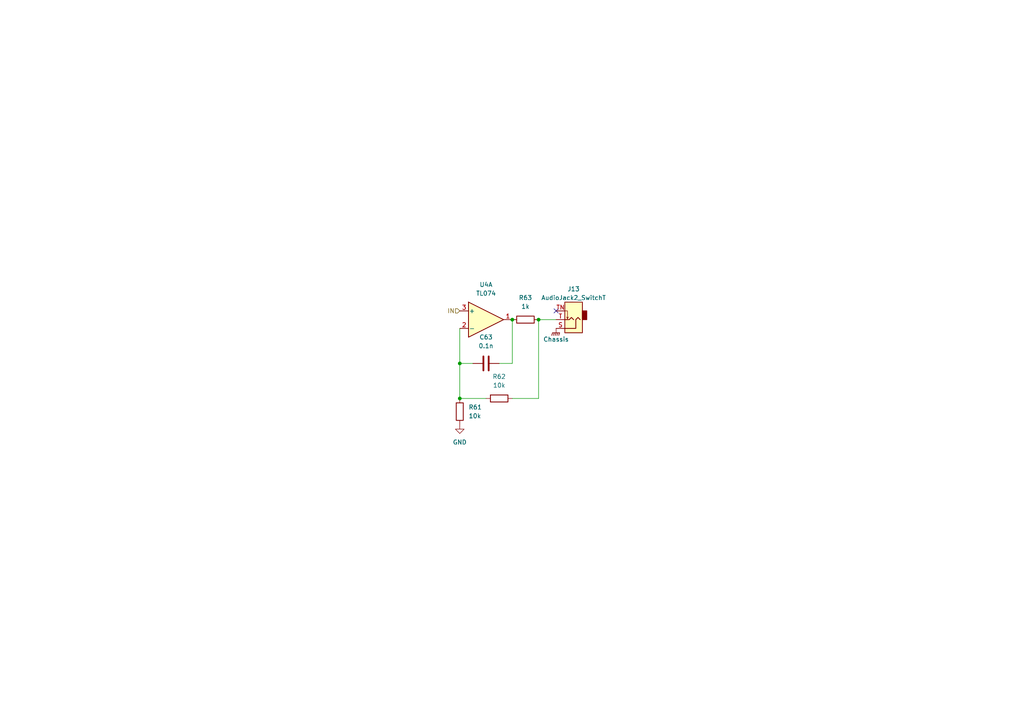
<source format=kicad_sch>
(kicad_sch (version 20211123) (generator eeschema)
  (paper "A4")
  (lib_symbols
    (symbol "Amplifier_Operational:TL074" (pin_names (offset 0.127))
      (property "Reference" "U" (at 0 5.08 0))
      (property "Value" "TL074" (at 0 -5.08 0))
      (symbol "TL074_1_1"
        (polyline (pts (xy -5.08 5.08) (xy 5.08 0) (xy -5.08 -5.08) (xy -5.08 5.08)) (stroke (width 0.254)) (fill (type background)))
        (pin output line (at 7.62 0 180) (length 2.54) (name "~") (number "1"))
        (pin input line (at -7.62 -2.54 0) (length 2.54) (name "-") (number "2"))
        (pin input line (at -7.62 2.54 0) (length 2.54) (name "+") (number "3"))
      )
      (symbol "TL074_2_1"
        (polyline (pts (xy -5.08 5.08) (xy 5.08 0) (xy -5.08 -5.08) (xy -5.08 5.08)) (stroke (width 0.254)) (fill (type background)))
        (pin input line (at -7.62 2.54 0) (length 2.54) (name "+") (number "5"))
        (pin input line (at -7.62 -2.54 0) (length 2.54) (name "-") (number "6"))
        (pin output line (at 7.62 0 180) (length 2.54) (name "~") (number "7"))
      )
      (symbol "TL074_3_1"
        (polyline (pts (xy -5.08 5.08) (xy 5.08 0) (xy -5.08 -5.08) (xy -5.08 5.08)) (stroke (width 0.254)) (fill (type background)))
        (pin input line (at -7.62 2.54 0) (length 2.54) (name "+") (number "10"))
        (pin output line (at 7.62 0 180) (length 2.54) (name "~") (number "8"))
        (pin input line (at -7.62 -2.54 0) (length 2.54) (name "-") (number "9"))
      )
      (symbol "TL074_4_1"
        (polyline (pts (xy -5.08 5.08) (xy 5.08 0) (xy -5.08 -5.08) (xy -5.08 5.08)) (stroke (width 0.254)) (fill (type background)))
        (pin input line (at -7.62 2.54 0) (length 2.54) (name "+") (number "12"))
        (pin input line (at -7.62 -2.54 0) (length 2.54) (name "-") (number "13"))
        (pin output line (at 7.62 0 180) (length 2.54) (name "~") (number "14"))
      )
      (symbol "TL074_5_1"
        (pin power_in line (at -2.54 -7.62 90) (length 3.81) (name "V-") (number "11"))
        (pin power_in line (at -2.54 7.62 270) (length 3.81) (name "V+") (number "4"))
      )
    )
    (symbol "Connector:AudioJack2_SwitchT"
      (property "Reference" "J" (at 0 8.89 0))
      (property "Value" "AudioJack2_SwitchT" (at 0 6.35 0))
      (symbol "AudioJack2_SwitchT_0_1"
        (rectangle (start -2.54 0) (end -3.81 -2.54) (stroke (width 0.254)) (fill (type outline)))
        (polyline (pts (xy 1.778 -0.254) (xy 2.032 -0.762)))
        (polyline (pts (xy 0 0) (xy 0.635 -0.635) (xy 1.27 0) (xy 2.54 0)) (stroke (width 0.254)))
        (polyline (pts (xy 2.54 -2.54) (xy 1.778 -2.54) (xy 1.778 -0.254) (xy 1.524 -0.762)))
        (polyline (pts (xy 2.54 2.54) (xy -0.635 2.54) (xy -0.635 0) (xy -1.27 -0.635) (xy -1.905 0)) (stroke (width 0.254)))
        (rectangle (start 2.54 3.81) (end -2.54 -5.08) (stroke (width 0.254)) (fill (type background)))
      )
      (symbol "AudioJack2_SwitchT_1_1"
        (pin passive line (at 5.08 2.54 180) (length 2.54) (name "~") (number "S"))
        (pin passive line (at 5.08 0 180) (length 2.54) (name "~") (number "T"))
        (pin passive line (at 5.08 -2.54 180) (length 2.54) (name "~") (number "TN"))
      )
    )
    (symbol "Custom:Chassis" (power) (in_bom no) (on_board no)
      (property "Value" "Chassis" (at 0 -3.175 0))
      (symbol "Chassis_0_1"
        (polyline (pts (xy 0 -1.27) (xy 0 0)))
        (polyline (pts (xy -1.016 -1.27) (xy -1.27 -2.032) (xy -1.27 -2.032)) (stroke (width 0.2032)))
        (polyline (pts (xy -0.508 -1.27) (xy -0.762 -2.032) (xy -0.762 -2.032)) (stroke (width 0.2032)))
        (polyline (pts (xy 0 -1.27) (xy -0.254 -2.032) (xy -0.254 -2.032)) (stroke (width 0.2032)))
        (polyline (pts (xy 0.508 -1.27) (xy 0.254 -2.032) (xy 0.254 -2.032)) (stroke (width 0.2032)))
        (polyline (pts (xy 1.016 -1.27) (xy -1.016 -1.27) (xy -1.016 -1.27)) (stroke (width 0.2032)))
        (polyline (pts (xy 1.016 -1.27) (xy 0.762 -2.032) (xy 0.762 -2.032) (xy 0.762 -2.032)) (stroke (width 0.2032)))
      )
      (symbol "Chassis_1_1"
        (pin power_in line (at 0 0 0) (length 0) hide (name "Chassis") (number "1"))
      )
    )
    (symbol "Device:C" (pin_numbers hide) (pin_names (offset 0.254))
      (property "Reference" "C" (at 0.635 2.54 0))
      (property "Value" "C" (at 0.635 -2.54 0))
      (symbol "C_0_1"
        (polyline (pts (xy -2.032 -0.762) (xy 2.032 -0.762)) (stroke (width 0.508)))
        (polyline (pts (xy -2.032 0.762) (xy 2.032 0.762)) (stroke (width 0.508)))
      )
      (symbol "C_1_1"
        (pin passive line (at 0 3.81 270) (length 2.794) (name "~") (number "1"))
        (pin passive line (at 0 -3.81 90) (length 2.794) (name "~") (number "2"))
      )
    )
    (symbol "Device:R" (pin_numbers hide) (pin_names (offset 0))
      (property "Reference" "R" (at 2.032 0 90))
      (property "Value" "R" (at 0 0 90))
      (symbol "R_0_1"
        (rectangle (start -1.016 -2.54) (end 1.016 2.54) (stroke (width 0.254)))
      )
      (symbol "R_1_1"
        (pin passive line (at 0 3.81 270) (length 1.27) (name "~") (number "1"))
        (pin passive line (at 0 -3.81 90) (length 1.27) (name "~") (number "2"))
      )
    )
    (symbol "power:GND" (power) (pin_names (offset 0))
      (property "Value" "GND" (at 0 -3.81 0))
      (symbol "GND_0_1"
        (polyline (pts (xy 0 0) (xy 0 -1.27) (xy 1.27 -1.27) (xy 0 -2.54) (xy -1.27 -1.27) (xy 0 -1.27)))
      )
      (symbol "GND_1_1"
        (pin power_in line (at 0 0 270) (length 0) hide (name "GND") (number "1"))
      )
    )
  )
  (junction (at 133.35 115.57))
  (junction (at 156.21 92.71))
  (junction (at 148.59 92.71))
  (junction (at 133.35 105.41))
  (no_connect (at 161.29 90.17))
  (wire (pts (xy 133.35 105.41) (xy 133.35 95.25)))
  (wire (pts (xy 137.16 105.41) (xy 133.35 105.41)))
  (wire (pts (xy 133.35 115.57) (xy 140.97 115.57)))
  (wire (pts (xy 133.35 105.41) (xy 133.35 115.57)))
  (wire (pts (xy 144.78 105.41) (xy 148.59 105.41)))
  (wire (pts (xy 148.59 115.57) (xy 156.21 115.57)))
  (wire (pts (xy 148.59 105.41) (xy 148.59 92.71)))
  (wire (pts (xy 156.21 115.57) (xy 156.21 92.71)))
  (wire (pts (xy 156.21 92.71) (xy 161.29 92.71)))
  (hierarchical_label "IN" (shape input) (at 133.35 90.17 180))
  (symbol (lib_id "Device:R") (at 144.78 115.57 90) (unit 1)
    (property "Reference" "R62" (at 144.78 109.22 90))
    (property "Value" "10k" (at 144.78 111.76 90))
  )
  (symbol (lib_id "Device:R") (at 133.35 119.38 180) (unit 1)
    (property "Reference" "R61" (at 135.89 118.1099 0) (effects (justify right)))
    (property "Value" "10k" (at 135.89 120.6499 0) (effects (justify right)))
  )
  (symbol (lib_id "power:GND") (at 133.35 123.19 0) (unit 1)
    (property "Reference" "#PWR0122" (effects hide))
    (property "Value" "GND" (at 133.35 128.27 0))
  )
  (symbol (lib_id "Connector:AudioJack2_SwitchT") (at 166.37 92.71 180) (unit 1)
    (property "Reference" "J13" (at 166.37 83.82 0))
    (property "Value" "AudioJack2_SwitchT" (at 166.37 86.36 0))
    (property "Footprint" "Connector_Audio:Jack_3.5mm_QingPu_WQP-PJ398SM_Vertical_CircularHoles" (effects hide))
  )
  (symbol (lib_id "Custom:Chassis") (at 161.29 95.25 0) (unit 1) (in_bom no) (on_board no)
    (property "Reference" "#U032" (effects hide))
    (property "Value" "Chassis" (at 161.29 98.425 0))
  )
  (symbol (lib_id "Device:C") (at 140.97 105.41 90) (unit 1)
    (property "Reference" "C63" (at 140.97 97.79 90))
    (property "Value" "0.1n" (at 140.97 100.33 90))
  )
  (symbol (lib_id "Device:R") (at 152.4 92.71 90) (unit 1)
    (property "Reference" "R63" (at 152.4 86.36 90))
    (property "Value" "1k" (at 152.4 88.9 90))
  )
  (symbol (lib_id "Amplifier_Operational:TL074") (at 140.97 92.71 0) (unit 1)
    (property "Reference" "U4" (at 140.97 82.55 0))
    (property "Value" "TL074" (at 140.97 85.09 0))
    (property "Datasheet" "http://www.ti.com/lit/ds/symlink/tl071.pdf" (effects hide))
  )
)
</source>
